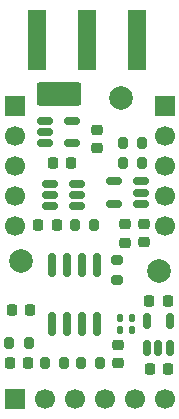
<source format=gbr>
%TF.GenerationSoftware,KiCad,Pcbnew,9.0.2*%
%TF.CreationDate,2025-10-14T12:10:58+02:00*%
%TF.ProjectId,1p6V_to_m1p6V_bias_gum,31703656-5f74-46f5-9f6d-317036565f62,rev?*%
%TF.SameCoordinates,Original*%
%TF.FileFunction,Soldermask,Top*%
%TF.FilePolarity,Negative*%
%FSLAX46Y46*%
G04 Gerber Fmt 4.6, Leading zero omitted, Abs format (unit mm)*
G04 Created by KiCad (PCBNEW 9.0.2) date 2025-10-14 12:10:58*
%MOMM*%
%LPD*%
G01*
G04 APERTURE LIST*
G04 Aperture macros list*
%AMRoundRect*
0 Rectangle with rounded corners*
0 $1 Rounding radius*
0 $2 $3 $4 $5 $6 $7 $8 $9 X,Y pos of 4 corners*
0 Add a 4 corners polygon primitive as box body*
4,1,4,$2,$3,$4,$5,$6,$7,$8,$9,$2,$3,0*
0 Add four circle primitives for the rounded corners*
1,1,$1+$1,$2,$3*
1,1,$1+$1,$4,$5*
1,1,$1+$1,$6,$7*
1,1,$1+$1,$8,$9*
0 Add four rect primitives between the rounded corners*
20,1,$1+$1,$2,$3,$4,$5,0*
20,1,$1+$1,$4,$5,$6,$7,0*
20,1,$1+$1,$6,$7,$8,$9,0*
20,1,$1+$1,$8,$9,$2,$3,0*%
G04 Aperture macros list end*
%ADD10RoundRect,0.200000X0.200000X0.275000X-0.200000X0.275000X-0.200000X-0.275000X0.200000X-0.275000X0*%
%ADD11RoundRect,0.150000X-0.150000X0.825000X-0.150000X-0.825000X0.150000X-0.825000X0.150000X0.825000X0*%
%ADD12C,2.000000*%
%ADD13RoundRect,0.135000X0.135000X0.185000X-0.135000X0.185000X-0.135000X-0.185000X0.135000X-0.185000X0*%
%ADD14RoundRect,0.225000X0.225000X0.250000X-0.225000X0.250000X-0.225000X-0.250000X0.225000X-0.250000X0*%
%ADD15RoundRect,0.200000X0.275000X-0.200000X0.275000X0.200000X-0.275000X0.200000X-0.275000X-0.200000X0*%
%ADD16R,1.700000X1.700000*%
%ADD17C,1.700000*%
%ADD18RoundRect,0.200000X-0.200000X-0.275000X0.200000X-0.275000X0.200000X0.275000X-0.200000X0.275000X0*%
%ADD19RoundRect,0.225000X-0.250000X0.225000X-0.250000X-0.225000X0.250000X-0.225000X0.250000X0.225000X0*%
%ADD20R,1.500000X5.080000*%
%ADD21RoundRect,0.225000X-0.225000X-0.250000X0.225000X-0.250000X0.225000X0.250000X-0.225000X0.250000X0*%
%ADD22RoundRect,0.225000X0.250000X-0.225000X0.250000X0.225000X-0.250000X0.225000X-0.250000X-0.225000X0*%
%ADD23RoundRect,0.250000X-1.650000X-0.750000X1.650000X-0.750000X1.650000X0.750000X-1.650000X0.750000X0*%
%ADD24RoundRect,0.150000X0.512500X0.150000X-0.512500X0.150000X-0.512500X-0.150000X0.512500X-0.150000X0*%
%ADD25RoundRect,0.150000X0.150000X-0.512500X0.150000X0.512500X-0.150000X0.512500X-0.150000X-0.512500X0*%
%ADD26RoundRect,0.150000X-0.512500X-0.150000X0.512500X-0.150000X0.512500X0.150000X-0.512500X0.150000X0*%
G04 APERTURE END LIST*
D10*
%TO.C,R2*%
X92990000Y-65280000D03*
X91340000Y-65280000D03*
%TD*%
D11*
%TO.C,U1*%
X89135000Y-75593000D03*
X87865000Y-75593000D03*
X86595000Y-75593000D03*
X85325000Y-75593000D03*
X85325000Y-80543000D03*
X86595000Y-80543000D03*
X87865000Y-80543000D03*
X89135000Y-80543000D03*
%TD*%
D12*
%TO.C,TP1*%
X82750000Y-75200000D03*
%TD*%
D13*
%TO.C,R10*%
X92170000Y-80075000D03*
X91150000Y-80075000D03*
%TD*%
D14*
%TO.C,C8*%
X83320000Y-83860000D03*
X81770000Y-83860000D03*
%TD*%
D15*
%TO.C,R11*%
X90900000Y-76825000D03*
X90900000Y-75175000D03*
%TD*%
D16*
%TO.C,CG1*%
X82240000Y-62150000D03*
D17*
X82240000Y-64690000D03*
X82240000Y-67230000D03*
X82240000Y-69770000D03*
X82240000Y-72310000D03*
D16*
X94940000Y-62150000D03*
D17*
X94940000Y-64690000D03*
X94940000Y-67230000D03*
X94940000Y-69770000D03*
X94940000Y-72310000D03*
D16*
X82240000Y-86915000D03*
D17*
X84780000Y-86915000D03*
X87320000Y-86915000D03*
X89860000Y-86915000D03*
X92400000Y-86915000D03*
X94940000Y-86915000D03*
%TD*%
D12*
%TO.C,TP4*%
X91175000Y-61425000D03*
%TD*%
D18*
%TO.C,R1*%
X91340000Y-66920000D03*
X92990000Y-66920000D03*
%TD*%
D19*
%TO.C,C3*%
X91560000Y-72120000D03*
X91560000Y-73670000D03*
%TD*%
D20*
%TO.C,J1*%
X88325000Y-56500000D03*
X84075000Y-56500000D03*
X92575000Y-56500000D03*
%TD*%
D21*
%TO.C,C9*%
X93620000Y-84400000D03*
X95170000Y-84400000D03*
%TD*%
D22*
%TO.C,C7*%
X90910000Y-83885000D03*
X90910000Y-82335000D03*
%TD*%
D18*
%TO.C,R5*%
X87295000Y-72210000D03*
X88945000Y-72210000D03*
%TD*%
D21*
%TO.C,C2*%
X85425000Y-66925000D03*
X86975000Y-66925000D03*
%TD*%
D23*
%TO.C,TP3*%
X85975000Y-61125000D03*
%TD*%
D12*
%TO.C,TP2*%
X94450000Y-76050000D03*
%TD*%
D24*
%TO.C,U4*%
X87477500Y-70610000D03*
X87477500Y-69660000D03*
X87477500Y-68710000D03*
X85202500Y-68710000D03*
X85202500Y-69660000D03*
X85202500Y-70610000D03*
%TD*%
D18*
%TO.C,R3*%
X84760000Y-83860000D03*
X86410000Y-83860000D03*
%TD*%
D13*
%TO.C,R8*%
X92170000Y-81082500D03*
X91150000Y-81082500D03*
%TD*%
D24*
%TO.C,U2*%
X92925000Y-70400000D03*
X92925000Y-69450000D03*
X92925000Y-68500000D03*
X90650000Y-68500000D03*
X90650000Y-70400000D03*
%TD*%
D25*
%TO.C,U3*%
X93420000Y-82620000D03*
X94370000Y-82620000D03*
X95320000Y-82620000D03*
X95320000Y-80345000D03*
X93420000Y-80345000D03*
%TD*%
D14*
%TO.C,C6*%
X83525000Y-79350000D03*
X81975000Y-79350000D03*
%TD*%
%TO.C,C5*%
X95150000Y-78650000D03*
X93600000Y-78650000D03*
%TD*%
D18*
%TO.C,R4*%
X87780000Y-83860000D03*
X89430000Y-83860000D03*
%TD*%
D19*
%TO.C,C10*%
X89175000Y-64125000D03*
X89175000Y-65675000D03*
%TD*%
D10*
%TO.C,R6*%
X83395000Y-82190000D03*
X81745000Y-82190000D03*
%TD*%
D26*
%TO.C,U5*%
X84762500Y-63375000D03*
X84762500Y-64325000D03*
X84762500Y-65275000D03*
X87037500Y-65275000D03*
X87037500Y-63375000D03*
%TD*%
D14*
%TO.C,C1*%
X85760000Y-72210000D03*
X84210000Y-72210000D03*
%TD*%
D19*
%TO.C,C4*%
X93130000Y-72110000D03*
X93130000Y-73660000D03*
%TD*%
M02*

</source>
